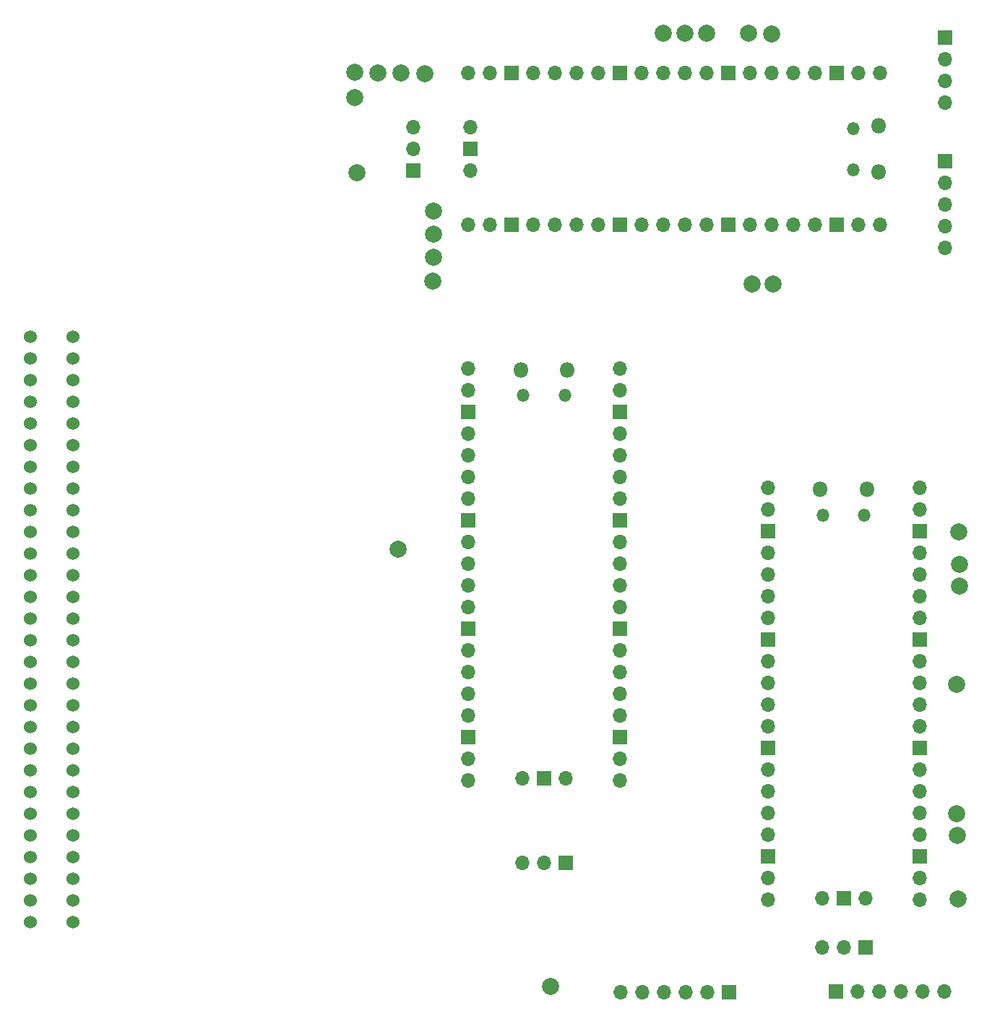
<source format=gbs>
G04 #@! TF.GenerationSoftware,KiCad,Pcbnew,6.0.11-2627ca5db0~126~ubuntu22.04.1*
G04 #@! TF.CreationDate,2023-04-18T11:11:01+01:00*
G04 #@! TF.ProjectId,srom,73726f6d-2e6b-4696-9361-645f70636258,v1.1 to v1.2 WIP*
G04 #@! TF.SameCoordinates,Original*
G04 #@! TF.FileFunction,Soldermask,Bot*
G04 #@! TF.FilePolarity,Negative*
%FSLAX46Y46*%
G04 Gerber Fmt 4.6, Leading zero omitted, Abs format (unit mm)*
G04 Created by KiCad (PCBNEW 6.0.11-2627ca5db0~126~ubuntu22.04.1) date 2023-04-18 11:11:01*
%MOMM*%
%LPD*%
G01*
G04 APERTURE LIST*
%ADD10C,2.000000*%
%ADD11R,1.700000X1.700000*%
%ADD12O,1.700000X1.700000*%
%ADD13O,1.800000X1.800000*%
%ADD14O,1.500000X1.500000*%
%ADD15C,1.524000*%
G04 APERTURE END LIST*
D10*
X159320000Y-124090000D03*
X158970000Y-150690000D03*
X97700000Y-80070000D03*
X88420000Y-66850000D03*
D11*
X95250000Y-75380000D03*
D12*
X95250000Y-72840000D03*
X95250000Y-70300000D03*
D10*
X96640000Y-64000000D03*
X137270000Y-59340000D03*
D13*
X149855000Y-75575000D03*
D14*
X146825000Y-75275000D03*
D13*
X149855000Y-70125000D03*
D14*
X146825000Y-70425000D03*
D12*
X149985000Y-63960000D03*
X147445000Y-63960000D03*
D11*
X144905000Y-63960000D03*
D12*
X142365000Y-63960000D03*
X139825000Y-63960000D03*
X137285000Y-63960000D03*
X134745000Y-63960000D03*
D11*
X132205000Y-63960000D03*
D12*
X129665000Y-63960000D03*
X127125000Y-63960000D03*
X124585000Y-63960000D03*
X122045000Y-63960000D03*
D11*
X119505000Y-63960000D03*
D12*
X116965000Y-63960000D03*
X114425000Y-63960000D03*
X111885000Y-63960000D03*
X109345000Y-63960000D03*
D11*
X106805000Y-63960000D03*
D12*
X104265000Y-63960000D03*
X101725000Y-63960000D03*
X101725000Y-81740000D03*
X104265000Y-81740000D03*
D11*
X106805000Y-81740000D03*
D12*
X109345000Y-81740000D03*
X111885000Y-81740000D03*
X114425000Y-81740000D03*
X116965000Y-81740000D03*
D11*
X119505000Y-81740000D03*
D12*
X122045000Y-81740000D03*
X124585000Y-81740000D03*
X127125000Y-81740000D03*
X129665000Y-81740000D03*
D11*
X132205000Y-81740000D03*
D12*
X134745000Y-81740000D03*
X137285000Y-81740000D03*
X139825000Y-81740000D03*
X142365000Y-81740000D03*
D11*
X144905000Y-81740000D03*
D12*
X147445000Y-81740000D03*
X149985000Y-81740000D03*
X101955000Y-70310000D03*
D11*
X101955000Y-72850000D03*
D12*
X101955000Y-75390000D03*
D10*
X134610000Y-59280000D03*
D11*
X132250000Y-171650000D03*
D12*
X129710000Y-171650000D03*
X127170000Y-171650000D03*
X124630000Y-171650000D03*
X122090000Y-171650000D03*
X119550000Y-171650000D03*
D11*
X144830000Y-171510000D03*
D12*
X147370000Y-171510000D03*
X149910000Y-171510000D03*
X152450000Y-171510000D03*
X154990000Y-171510000D03*
X157530000Y-171510000D03*
D10*
X137460000Y-88650000D03*
X93480000Y-119730000D03*
X124570000Y-59270000D03*
X97540000Y-88310000D03*
X97630000Y-85510000D03*
X91150000Y-63910000D03*
X111380000Y-170920000D03*
D11*
X157590000Y-74260000D03*
D12*
X157590000Y-76800000D03*
X157590000Y-79340000D03*
X157590000Y-81880000D03*
X157590000Y-84420000D03*
D10*
X93840000Y-63910000D03*
D14*
X148135000Y-115735000D03*
X143285000Y-115735000D03*
D13*
X142985000Y-112705000D03*
X148435000Y-112705000D03*
D12*
X136820000Y-112575000D03*
X136820000Y-115115000D03*
D11*
X136820000Y-117655000D03*
D12*
X136820000Y-120195000D03*
X136820000Y-122735000D03*
X136820000Y-125275000D03*
X136820000Y-127815000D03*
D11*
X136820000Y-130355000D03*
D12*
X136820000Y-132895000D03*
X136820000Y-135435000D03*
X136820000Y-137975000D03*
X136820000Y-140515000D03*
D11*
X136820000Y-143055000D03*
D12*
X136820000Y-145595000D03*
X136820000Y-148135000D03*
X136820000Y-150675000D03*
X136820000Y-153215000D03*
D11*
X136820000Y-155755000D03*
D12*
X136820000Y-158295000D03*
X136820000Y-160835000D03*
X154600000Y-160835000D03*
X154600000Y-158295000D03*
D11*
X154600000Y-155755000D03*
D12*
X154600000Y-153215000D03*
X154600000Y-150675000D03*
X154600000Y-148135000D03*
X154600000Y-145595000D03*
D11*
X154600000Y-143055000D03*
D12*
X154600000Y-140515000D03*
X154600000Y-137975000D03*
X154600000Y-135435000D03*
X154600000Y-132895000D03*
D11*
X154600000Y-130355000D03*
D12*
X154600000Y-127815000D03*
X154600000Y-125275000D03*
X154600000Y-122735000D03*
X154600000Y-120195000D03*
D11*
X154600000Y-117655000D03*
D12*
X154600000Y-115115000D03*
X154600000Y-112575000D03*
X143170000Y-160605000D03*
D11*
X145710000Y-160605000D03*
D12*
X148250000Y-160605000D03*
D10*
X97630000Y-82820000D03*
X159260000Y-121520000D03*
X88660000Y-75580000D03*
X88400000Y-63840000D03*
D11*
X157590000Y-59800000D03*
D12*
X157590000Y-62340000D03*
X157590000Y-64880000D03*
X157590000Y-67420000D03*
D10*
X129650000Y-59250000D03*
D11*
X113115000Y-156480000D03*
D12*
X110575000Y-156480000D03*
X108035000Y-156480000D03*
D10*
X159110000Y-160750000D03*
X158990000Y-135530000D03*
D11*
X148290000Y-166340000D03*
D12*
X145750000Y-166340000D03*
X143210000Y-166340000D03*
D10*
X159040000Y-153260000D03*
X134970000Y-88650000D03*
D15*
X50390000Y-105000000D03*
X55390000Y-105000000D03*
X55390000Y-94840000D03*
X55390000Y-97380000D03*
X55390000Y-99920000D03*
X55390000Y-102460000D03*
X55390000Y-107540000D03*
X55390000Y-110080000D03*
X55390000Y-112620000D03*
X55390000Y-115160000D03*
X55390000Y-117700000D03*
X55390000Y-120240000D03*
X55390000Y-122780000D03*
X55390000Y-125320000D03*
X55390000Y-127860000D03*
X55390000Y-130400000D03*
X55390000Y-132940000D03*
X55390000Y-135480000D03*
X55390000Y-138020000D03*
X55390000Y-140560000D03*
X55390000Y-143100000D03*
X55390000Y-145640000D03*
X55390000Y-148180000D03*
X55390000Y-150720000D03*
X55390000Y-153260000D03*
X55390000Y-155800000D03*
X55390000Y-158340000D03*
X55390000Y-160880000D03*
X55390000Y-163420000D03*
X50390000Y-94840000D03*
X50390000Y-97380000D03*
X50390000Y-99920000D03*
X50390000Y-102460000D03*
X50390000Y-107540000D03*
X50390000Y-110080000D03*
X50390000Y-112620000D03*
X50390000Y-115160000D03*
X50390000Y-117700000D03*
X50390000Y-120240000D03*
X50390000Y-122780000D03*
X50390000Y-125320000D03*
X50390000Y-127860000D03*
X50390000Y-130400000D03*
X50390000Y-132940000D03*
X50390000Y-135480000D03*
X50390000Y-138020000D03*
X50390000Y-140560000D03*
X50390000Y-143100000D03*
X50390000Y-145640000D03*
X50390000Y-148180000D03*
X50390000Y-150720000D03*
X50390000Y-153260000D03*
X50390000Y-155800000D03*
X50390000Y-158340000D03*
X50390000Y-160880000D03*
X50390000Y-163420000D03*
D10*
X159230000Y-117730000D03*
D13*
X113345000Y-98700000D03*
X107895000Y-98700000D03*
D14*
X113045000Y-101730000D03*
X108195000Y-101730000D03*
D12*
X101730000Y-98570000D03*
X101730000Y-101110000D03*
D11*
X101730000Y-103650000D03*
D12*
X101730000Y-106190000D03*
X101730000Y-108730000D03*
X101730000Y-111270000D03*
X101730000Y-113810000D03*
D11*
X101730000Y-116350000D03*
D12*
X101730000Y-118890000D03*
X101730000Y-121430000D03*
X101730000Y-123970000D03*
X101730000Y-126510000D03*
D11*
X101730000Y-129050000D03*
D12*
X101730000Y-131590000D03*
X101730000Y-134130000D03*
X101730000Y-136670000D03*
X101730000Y-139210000D03*
D11*
X101730000Y-141750000D03*
D12*
X101730000Y-144290000D03*
X101730000Y-146830000D03*
X119510000Y-146830000D03*
X119510000Y-144290000D03*
D11*
X119510000Y-141750000D03*
D12*
X119510000Y-139210000D03*
X119510000Y-136670000D03*
X119510000Y-134130000D03*
X119510000Y-131590000D03*
D11*
X119510000Y-129050000D03*
D12*
X119510000Y-126510000D03*
X119510000Y-123970000D03*
X119510000Y-121430000D03*
X119510000Y-118890000D03*
D11*
X119510000Y-116350000D03*
D12*
X119510000Y-113810000D03*
X119510000Y-111270000D03*
X119510000Y-108730000D03*
X119510000Y-106190000D03*
D11*
X119510000Y-103650000D03*
D12*
X119510000Y-101110000D03*
X119510000Y-98570000D03*
X108080000Y-146600000D03*
D11*
X110620000Y-146600000D03*
D12*
X113160000Y-146600000D03*
D10*
X127140000Y-59270000D03*
M02*

</source>
